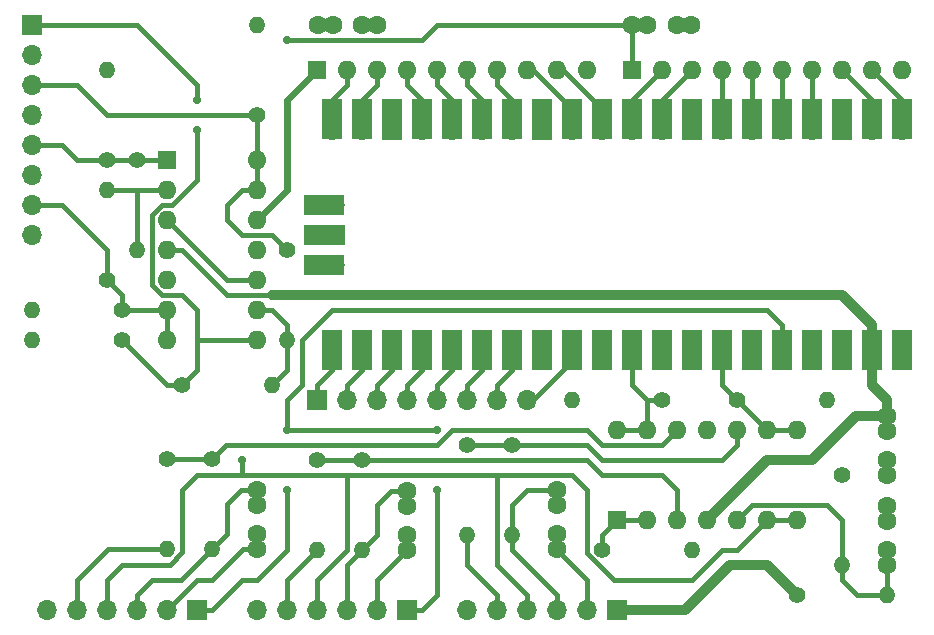
<source format=gbr>
%TF.GenerationSoftware,KiCad,Pcbnew,7.0.7*%
%TF.CreationDate,2024-05-24T10:33:18-04:00*%
%TF.ProjectId,pi-pico-adapter3,70692d70-6963-46f2-9d61-646170746572,rev?*%
%TF.SameCoordinates,PX791ddc0PY791ddc0*%
%TF.FileFunction,Copper,L1,Top*%
%TF.FilePolarity,Positive*%
%FSLAX46Y46*%
G04 Gerber Fmt 4.6, Leading zero omitted, Abs format (unit mm)*
G04 Created by KiCad (PCBNEW 7.0.7) date 2024-05-24 10:33:18*
%MOMM*%
%LPD*%
G01*
G04 APERTURE LIST*
%TA.AperFunction,ComponentPad*%
%ADD10C,1.600000*%
%TD*%
%TA.AperFunction,ComponentPad*%
%ADD11C,1.400000*%
%TD*%
%TA.AperFunction,ComponentPad*%
%ADD12O,1.400000X1.400000*%
%TD*%
%TA.AperFunction,ComponentPad*%
%ADD13R,1.600000X1.600000*%
%TD*%
%TA.AperFunction,ComponentPad*%
%ADD14O,1.600000X1.600000*%
%TD*%
%TA.AperFunction,ComponentPad*%
%ADD15R,1.700000X1.700000*%
%TD*%
%TA.AperFunction,ComponentPad*%
%ADD16O,1.700000X1.700000*%
%TD*%
%TA.AperFunction,SMDPad,CuDef*%
%ADD17R,1.700000X3.500000*%
%TD*%
%TA.AperFunction,SMDPad,CuDef*%
%ADD18R,3.500000X1.700000*%
%TD*%
%TA.AperFunction,ViaPad*%
%ADD19C,0.700001*%
%TD*%
%TA.AperFunction,Conductor*%
%ADD20C,0.406400*%
%TD*%
%TA.AperFunction,Conductor*%
%ADD21C,0.609600*%
%TD*%
%TA.AperFunction,Conductor*%
%ADD22C,0.812800*%
%TD*%
G04 APERTURE END LIST*
D10*
%TO.P,C4,1*%
%TO.N,Net-(U1B-+)*%
X47930000Y33350000D03*
X47930000Y34600000D03*
%TO.P,C4,2*%
%TO.N,GND*%
X47930000Y37100000D03*
X47930000Y38350000D03*
%TD*%
%TO.P,C6,1*%
%TO.N,Net-(RDACA1-common)*%
X26340000Y79070000D03*
X27590000Y79070000D03*
%TO.P,C6,2*%
%TO.N,GND*%
X30090000Y79070000D03*
X31340000Y79070000D03*
%TD*%
D11*
%TO.P,R5,1*%
%TO.N,Net-(U1D--)*%
X28880000Y47320000D03*
D12*
%TO.P,R5,2*%
%TO.N,GND*%
X21260000Y47320000D03*
%TD*%
D11*
%TO.P,R9,1*%
%TO.N,/IAWGB*%
X-11760000Y48590000D03*
D12*
%TO.P,R9,2*%
%TO.N,Net-(U2C--)*%
X-4140000Y48590000D03*
%TD*%
D11*
%TO.P,R16,1*%
%TO.N,Net-(U1C-+)*%
X12370000Y43510000D03*
D12*
%TO.P,R16,2*%
%TO.N,Net-(J1-Pin_5)*%
X12370000Y35890000D03*
%TD*%
D13*
%TO.P,U2,1*%
%TO.N,/IAWGA*%
X-13030000Y67640000D03*
D14*
%TO.P,U2,2,-*%
%TO.N,Net-(U2A--)*%
X-13030000Y65100000D03*
%TO.P,U2,3,+*%
%TO.N,/VCM*%
X-13030000Y62560000D03*
%TO.P,U2,4,V+*%
%TO.N,/VSYS*%
X-13030000Y60020000D03*
%TO.P,U2,5,+*%
%TO.N,Net-(RDACA1-common)*%
X-13030000Y57480000D03*
%TO.P,U2,6,-*%
%TO.N,/AWGA*%
X-13030000Y54940000D03*
%TO.P,U2,7*%
X-13030000Y52400000D03*
%TO.P,U2,8*%
%TO.N,/IAWGB*%
X-5410000Y52400000D03*
%TO.P,U2,9,-*%
%TO.N,Net-(U2C--)*%
X-5410000Y54940000D03*
%TO.P,U2,10,+*%
%TO.N,/VCM*%
X-5410000Y57480000D03*
%TO.P,U2,11,V-*%
%TO.N,GND*%
X-5410000Y60020000D03*
%TO.P,U2,12,+*%
%TO.N,Net-(RDACB1-common)*%
X-5410000Y62560000D03*
%TO.P,U2,13,-*%
%TO.N,/AWGB*%
X-5410000Y65100000D03*
%TO.P,U2,14*%
X-5410000Y67640000D03*
%TD*%
D15*
%TO.P,J1,1,Pin_1*%
%TO.N,/3V3*%
X25070000Y29540000D03*
D16*
%TO.P,J1,2,Pin_2*%
%TO.N,Net-(J1-Pin_2)*%
X22530000Y29540000D03*
%TO.P,J1,3,Pin_3*%
%TO.N,Net-(J1-Pin_3)*%
X19990000Y29540000D03*
%TO.P,J1,4,Pin_4*%
%TO.N,/VCM*%
X17450000Y29540000D03*
%TO.P,J1,5,Pin_5*%
%TO.N,Net-(J1-Pin_5)*%
X14910000Y29540000D03*
%TO.P,J1,6,Pin_6*%
%TO.N,GND*%
X12370000Y29540000D03*
%TD*%
D11*
%TO.P,R19,1*%
%TO.N,/3V3*%
X40310000Y30810000D03*
D12*
%TO.P,R19,2*%
%TO.N,Net-(U1B-+)*%
X47930000Y30810000D03*
%TD*%
D15*
%TO.P,J3,1,Pin_1*%
%TO.N,/IAWGB*%
X-24460000Y79070000D03*
D16*
%TO.P,J3,2,Pin_2*%
%TO.N,GND*%
X-24460000Y76530000D03*
%TO.P,J3,3,Pin_3*%
%TO.N,/AWGB*%
X-24460000Y73990000D03*
%TO.P,J3,4,Pin_4*%
%TO.N,GND*%
X-24460000Y71450000D03*
%TO.P,J3,5,Pin_5*%
%TO.N,/IAWGA*%
X-24460000Y68910000D03*
%TO.P,J3,6,Pin_6*%
%TO.N,GND*%
X-24460000Y66370000D03*
%TO.P,J3,7,Pin_7*%
%TO.N,/AWGA*%
X-24460000Y63830000D03*
%TO.P,J3,8,Pin_8*%
%TO.N,GND*%
X-24460000Y61290000D03*
%TD*%
D11*
%TO.P,R8,1*%
%TO.N,/AWGB*%
X-2870000Y60020000D03*
D12*
%TO.P,R8,2*%
%TO.N,Net-(U2C--)*%
X-2870000Y52400000D03*
%TD*%
D11*
%TO.P,R2,1*%
%TO.N,/IAWGB*%
X-16840000Y52400000D03*
D12*
%TO.P,R2,2*%
%TO.N,GND*%
X-24460000Y52400000D03*
%TD*%
D11*
%TO.P,R4,1*%
%TO.N,/IAWGA*%
X-18110000Y67640000D03*
D12*
%TO.P,R4,2*%
%TO.N,GND*%
X-18110000Y75260000D03*
%TD*%
D10*
%TO.P,C3,1*%
%TO.N,Net-(J5-Pin_2)*%
X-5410000Y34700000D03*
X-5410000Y35950000D03*
%TO.P,C3,2*%
%TO.N,Net-(J5-Pin_3)*%
X-5410000Y38450000D03*
X-5410000Y39700000D03*
%TD*%
D11*
%TO.P,R17,1*%
%TO.N,Net-(U1C-+)*%
X16180000Y43510000D03*
D12*
%TO.P,R17,2*%
%TO.N,Net-(J1-Pin_3)*%
X16180000Y35890000D03*
%TD*%
D15*
%TO.P,J5,1,Pin_1*%
%TO.N,/3V3*%
X-10490000Y29540000D03*
D16*
%TO.P,J5,2,Pin_2*%
%TO.N,Net-(J5-Pin_2)*%
X-13030000Y29540000D03*
%TO.P,J5,3,Pin_3*%
%TO.N,Net-(J5-Pin_3)*%
X-15570000Y29540000D03*
%TO.P,J5,4,Pin_4*%
%TO.N,/VCM*%
X-18110000Y29540000D03*
%TO.P,J5,5,Pin_5*%
%TO.N,Net-(J5-Pin_5)*%
X-20650000Y29540000D03*
%TO.P,J5,6,Pin_6*%
%TO.N,GND*%
X-23190000Y29540000D03*
%TD*%
D10*
%TO.P,C2,1*%
%TO.N,Net-(J2-Pin_2)*%
X7290000Y34620000D03*
X7290000Y35870000D03*
%TO.P,C2,2*%
%TO.N,Net-(J2-Pin_3)*%
X7290000Y38370000D03*
X7290000Y39620000D03*
%TD*%
D11*
%TO.P,R11,1*%
%TO.N,/IAWGA*%
X-15570000Y67640000D03*
D12*
%TO.P,R11,2*%
%TO.N,Net-(U2A--)*%
X-15570000Y60020000D03*
%TD*%
D10*
%TO.P,C1,1*%
%TO.N,Net-(J1-Pin_2)*%
X19990000Y34700000D03*
X19990000Y35950000D03*
%TO.P,C1,2*%
%TO.N,Net-(J1-Pin_3)*%
X19990000Y38450000D03*
X19990000Y39700000D03*
%TD*%
D16*
%TO.P,U3,1,GPIO0*%
%TO.N,Net-(RDACA1-R8)*%
X49200000Y70180000D03*
D17*
X49200000Y71080000D03*
D16*
%TO.P,U3,2,GPIO1*%
%TO.N,Net-(RDACA1-R7)*%
X46660000Y70180000D03*
D17*
X46660000Y71080000D03*
D15*
%TO.P,U3,3,GND*%
%TO.N,GND*%
X44120000Y70180000D03*
D17*
X44120000Y71080000D03*
D16*
%TO.P,U3,4,GPIO2*%
%TO.N,Net-(RDACA1-R6)*%
X41580000Y70180000D03*
D17*
X41580000Y71080000D03*
D16*
%TO.P,U3,5,GPIO3*%
%TO.N,Net-(RDACA1-R5)*%
X39040000Y70180000D03*
D17*
X39040000Y71080000D03*
D16*
%TO.P,U3,6,GPIO4*%
%TO.N,Net-(RDACA1-R4)*%
X36500000Y70180000D03*
D17*
X36500000Y71080000D03*
D16*
%TO.P,U3,7,GPIO5*%
%TO.N,Net-(RDACA1-R3)*%
X33960000Y70180000D03*
D17*
X33960000Y71080000D03*
D15*
%TO.P,U3,8,GND*%
%TO.N,GND*%
X31420000Y70180000D03*
D17*
X31420000Y71080000D03*
D16*
%TO.P,U3,9,GPIO6*%
%TO.N,Net-(RDACA1-R2)*%
X28880000Y70180000D03*
D17*
X28880000Y71080000D03*
D16*
%TO.P,U3,10,GPIO7*%
%TO.N,Net-(RDACA1-R1)*%
X26340000Y70180000D03*
D17*
X26340000Y71080000D03*
D16*
%TO.P,U3,11,GPIO8*%
%TO.N,Net-(RDACB1-R8)*%
X23800000Y70180000D03*
D17*
X23800000Y71080000D03*
D16*
%TO.P,U3,12,GPIO9*%
%TO.N,Net-(RDACB1-R7)*%
X21260000Y70180000D03*
D17*
X21260000Y71080000D03*
D15*
%TO.P,U3,13,GND*%
%TO.N,GND*%
X18720000Y70180000D03*
D17*
X18720000Y71080000D03*
D16*
%TO.P,U3,14,GPIO10*%
%TO.N,Net-(RDACB1-R6)*%
X16180000Y70180000D03*
D17*
X16180000Y71080000D03*
D16*
%TO.P,U3,15,GPIO11*%
%TO.N,Net-(RDACB1-R5)*%
X13640000Y70180000D03*
D17*
X13640000Y71080000D03*
D16*
%TO.P,U3,16,GPIO12*%
%TO.N,Net-(RDACB1-R4)*%
X11100000Y70180000D03*
D17*
X11100000Y71080000D03*
D16*
%TO.P,U3,17,GPIO13*%
%TO.N,Net-(RDACB1-R3)*%
X8560000Y70180000D03*
D17*
X8560000Y71080000D03*
D15*
%TO.P,U3,18,GND*%
%TO.N,GND*%
X6020000Y70180000D03*
D17*
X6020000Y71080000D03*
D16*
%TO.P,U3,19,GPIO14*%
%TO.N,Net-(RDACB1-R2)*%
X3480000Y70180000D03*
D17*
X3480000Y71080000D03*
D16*
%TO.P,U3,20,GPIO15*%
%TO.N,Net-(RDACB1-R1)*%
X940000Y70180000D03*
D17*
X940000Y71080000D03*
D16*
%TO.P,U3,21,GPIO16*%
%TO.N,Net-(J4-Pin_1)*%
X940000Y52400000D03*
D17*
X940000Y51500000D03*
D16*
%TO.P,U3,22,GPIO17*%
%TO.N,Net-(J4-Pin_2)*%
X3480000Y52400000D03*
D17*
X3480000Y51500000D03*
D15*
%TO.P,U3,23,GND*%
%TO.N,GND*%
X6020000Y52400000D03*
D17*
X6020000Y51500000D03*
D16*
%TO.P,U3,24,GPIO18*%
%TO.N,Net-(J4-Pin_4)*%
X8560000Y52400000D03*
D17*
X8560000Y51500000D03*
D16*
%TO.P,U3,25,GPIO19*%
%TO.N,Net-(J4-Pin_5)*%
X11100000Y52400000D03*
D17*
X11100000Y51500000D03*
D16*
%TO.P,U3,26,GPIO20*%
%TO.N,Net-(J4-Pin_6)*%
X13640000Y52400000D03*
D17*
X13640000Y51500000D03*
D16*
%TO.P,U3,27,GPIO21*%
%TO.N,Net-(J4-Pin_7)*%
X16180000Y52400000D03*
D17*
X16180000Y51500000D03*
D15*
%TO.P,U3,28,GND*%
%TO.N,GND*%
X18720000Y52400000D03*
D17*
X18720000Y51500000D03*
D16*
%TO.P,U3,29,GPIO22*%
%TO.N,/PWMOUT*%
X21260000Y52400000D03*
D17*
X21260000Y51500000D03*
D16*
%TO.P,U3,30,RUN*%
%TO.N,unconnected-(U3-RUN-Pad30)*%
X23800000Y52400000D03*
D17*
X23800000Y51500000D03*
D16*
%TO.P,U3,31,GPIO26_ADC0*%
%TO.N,Net-(U1D--)*%
X26340000Y52400000D03*
D17*
X26340000Y51500000D03*
D16*
%TO.P,U3,32,GPIO27_ADC1*%
%TO.N,Net-(U1A--)*%
X28880000Y52400000D03*
D17*
X28880000Y51500000D03*
D15*
%TO.P,U3,33,AGND*%
%TO.N,GND*%
X31420000Y52400000D03*
D17*
X31420000Y51500000D03*
D16*
%TO.P,U3,34,GPIO28_ADC2*%
%TO.N,Net-(U1C--)*%
X33960000Y52400000D03*
D17*
X33960000Y51500000D03*
D16*
%TO.P,U3,35,ADC_VREF*%
%TO.N,unconnected-(U3-ADC_VREF-Pad35)*%
X36500000Y52400000D03*
D17*
X36500000Y51500000D03*
D16*
%TO.P,U3,36,3V3*%
%TO.N,/3V3*%
X39040000Y52400000D03*
D17*
X39040000Y51500000D03*
D16*
%TO.P,U3,37,3V3_EN*%
%TO.N,unconnected-(U3-3V3_EN-Pad37)*%
X41580000Y52400000D03*
D17*
X41580000Y51500000D03*
D15*
%TO.P,U3,38,GND*%
%TO.N,GND*%
X44120000Y52400000D03*
D17*
X44120000Y51500000D03*
D16*
%TO.P,U3,39,VSYS*%
%TO.N,/VSYS*%
X46660000Y52400000D03*
D17*
X46660000Y51500000D03*
D16*
%TO.P,U3,40,VBUS*%
%TO.N,unconnected-(U3-VBUS-Pad40)*%
X49200000Y52400000D03*
D17*
X49200000Y51500000D03*
D16*
%TO.P,U3,41,SWCLK*%
%TO.N,unconnected-(U3-SWCLK-Pad41)*%
X1170000Y63830000D03*
D18*
X270000Y63830000D03*
D15*
%TO.P,U3,42,GND*%
%TO.N,unconnected-(U3-GND-Pad42)*%
X1170000Y61290000D03*
D18*
X270000Y61290000D03*
D16*
%TO.P,U3,43,SWDIO*%
%TO.N,unconnected-(U3-SWDIO-Pad43)*%
X1170000Y58750000D03*
D18*
X270000Y58750000D03*
%TD*%
D11*
%TO.P,R6,1*%
%TO.N,Net-(U1A--)*%
X23800000Y34620000D03*
D12*
%TO.P,R6,2*%
%TO.N,GND*%
X31420000Y34620000D03*
%TD*%
D10*
%TO.P,C5,1*%
%TO.N,Net-(RDACB1-common)*%
X-290000Y79070000D03*
X960000Y79070000D03*
%TO.P,C5,2*%
%TO.N,GND*%
X3460000Y79070000D03*
X4710000Y79070000D03*
%TD*%
%TO.P,C7,1*%
%TO.N,GND*%
X47930000Y40970000D03*
X47930000Y42220000D03*
%TO.P,C7,2*%
%TO.N,/VSYS*%
X47930000Y44720000D03*
X47930000Y45970000D03*
%TD*%
D11*
%TO.P,R18,1*%
%TO.N,GND*%
X44120000Y40970000D03*
D12*
%TO.P,R18,2*%
%TO.N,Net-(U1B-+)*%
X44120000Y33350000D03*
%TD*%
D11*
%TO.P,R1,1*%
%TO.N,/AWGB*%
X-5410000Y71450000D03*
D12*
%TO.P,R1,2*%
%TO.N,GND*%
X-5410000Y79070000D03*
%TD*%
D11*
%TO.P,R14,1*%
%TO.N,Net-(U1A-+)*%
X-330000Y42240000D03*
D12*
%TO.P,R14,2*%
%TO.N,Net-(J2-Pin_5)*%
X-330000Y34620000D03*
%TD*%
D13*
%TO.P,U1,1*%
%TO.N,Net-(U1A--)*%
X25070000Y37160000D03*
D14*
%TO.P,U1,2,-*%
X27610000Y37160000D03*
%TO.P,U1,3,+*%
%TO.N,Net-(U1A-+)*%
X30150000Y37160000D03*
%TO.P,U1,4,V+*%
%TO.N,/VSYS*%
X32690000Y37160000D03*
%TO.P,U1,5,+*%
%TO.N,Net-(U1B-+)*%
X35230000Y37160000D03*
%TO.P,U1,6,-*%
%TO.N,/VCM*%
X37770000Y37160000D03*
%TO.P,U1,7*%
X40310000Y37160000D03*
%TO.P,U1,8*%
%TO.N,Net-(U1C--)*%
X40310000Y44780000D03*
%TO.P,U1,9,-*%
X37770000Y44780000D03*
%TO.P,U1,10,+*%
%TO.N,Net-(U1C-+)*%
X35230000Y44780000D03*
%TO.P,U1,11,V-*%
%TO.N,GND*%
X32690000Y44780000D03*
%TO.P,U1,12,+*%
%TO.N,Net-(U1D-+)*%
X30150000Y44780000D03*
%TO.P,U1,13,-*%
%TO.N,Net-(U1D--)*%
X27610000Y44780000D03*
%TO.P,U1,14*%
X25070000Y44780000D03*
%TD*%
D11*
%TO.P,R10,1*%
%TO.N,/AWGA*%
X-18110000Y57480000D03*
D12*
%TO.P,R10,2*%
%TO.N,Net-(U2A--)*%
X-18110000Y65100000D03*
%TD*%
D11*
%TO.P,R12,1*%
%TO.N,Net-(U1D-+)*%
X-13030000Y42320000D03*
D12*
%TO.P,R12,2*%
%TO.N,Net-(J5-Pin_5)*%
X-13030000Y34700000D03*
%TD*%
D13*
%TO.P,RDACA1,1,common*%
%TO.N,Net-(RDACA1-common)*%
X26340000Y75260000D03*
D14*
%TO.P,RDACA1,2,R1*%
%TO.N,Net-(RDACA1-R1)*%
X28880000Y75260000D03*
%TO.P,RDACA1,3,R2*%
%TO.N,Net-(RDACA1-R2)*%
X31420000Y75260000D03*
%TO.P,RDACA1,4,R3*%
%TO.N,Net-(RDACA1-R3)*%
X33960000Y75260000D03*
%TO.P,RDACA1,5,R4*%
%TO.N,Net-(RDACA1-R4)*%
X36500000Y75260000D03*
%TO.P,RDACA1,6,R5*%
%TO.N,Net-(RDACA1-R5)*%
X39040000Y75260000D03*
%TO.P,RDACA1,7,R6*%
%TO.N,Net-(RDACA1-R6)*%
X41580000Y75260000D03*
%TO.P,RDACA1,8,R7*%
%TO.N,Net-(RDACA1-R7)*%
X44120000Y75260000D03*
%TO.P,RDACA1,9,R8*%
%TO.N,Net-(RDACA1-R8)*%
X46660000Y75260000D03*
%TO.P,RDACA1,10,R9*%
%TO.N,GND*%
X49200000Y75260000D03*
%TD*%
D11*
%TO.P,R13,1*%
%TO.N,Net-(U1D-+)*%
X-9220000Y42320000D03*
D12*
%TO.P,R13,2*%
%TO.N,Net-(J5-Pin_3)*%
X-9220000Y34700000D03*
%TD*%
D11*
%TO.P,R15,1*%
%TO.N,Net-(U1A-+)*%
X3480000Y42240000D03*
D12*
%TO.P,R15,2*%
%TO.N,Net-(J2-Pin_3)*%
X3480000Y34620000D03*
%TD*%
D11*
%TO.P,R3,1*%
%TO.N,/AWGA*%
X-16840000Y54940000D03*
D12*
%TO.P,R3,2*%
%TO.N,GND*%
X-24460000Y54940000D03*
%TD*%
D11*
%TO.P,R7,1*%
%TO.N,Net-(U1C--)*%
X35230000Y47320000D03*
D12*
%TO.P,R7,2*%
%TO.N,GND*%
X42850000Y47320000D03*
%TD*%
D15*
%TO.P,J2,1,Pin_1*%
%TO.N,/3V3*%
X7290000Y29540000D03*
D16*
%TO.P,J2,2,Pin_2*%
%TO.N,Net-(J2-Pin_2)*%
X4750000Y29540000D03*
%TO.P,J2,3,Pin_3*%
%TO.N,Net-(J2-Pin_3)*%
X2210000Y29540000D03*
%TO.P,J2,4,Pin_4*%
%TO.N,/VCM*%
X-330000Y29540000D03*
%TO.P,J2,5,Pin_5*%
%TO.N,Net-(J2-Pin_5)*%
X-2870000Y29540000D03*
%TO.P,J2,6,Pin_6*%
%TO.N,GND*%
X-5410000Y29540000D03*
%TD*%
D15*
%TO.P,J4,1,Pin_1*%
%TO.N,Net-(J4-Pin_1)*%
X-330000Y47320000D03*
D16*
%TO.P,J4,2,Pin_2*%
%TO.N,Net-(J4-Pin_2)*%
X2210000Y47320000D03*
%TO.P,J4,3,Pin_3*%
%TO.N,GND*%
X4750000Y47320000D03*
%TO.P,J4,4,Pin_4*%
%TO.N,Net-(J4-Pin_4)*%
X7290000Y47320000D03*
%TO.P,J4,5,Pin_5*%
%TO.N,Net-(J4-Pin_5)*%
X9830000Y47320000D03*
%TO.P,J4,6,Pin_6*%
%TO.N,Net-(J4-Pin_6)*%
X12370000Y47320000D03*
%TO.P,J4,7,Pin_7*%
%TO.N,Net-(J4-Pin_7)*%
X14910000Y47320000D03*
%TO.P,J4,8,Pin_8*%
%TO.N,/PWMOUT*%
X17450000Y47320000D03*
%TD*%
D13*
%TO.P,RDACB1,1,common*%
%TO.N,Net-(RDACB1-common)*%
X-330000Y75260000D03*
D14*
%TO.P,RDACB1,2,R1*%
%TO.N,Net-(RDACB1-R1)*%
X2210000Y75260000D03*
%TO.P,RDACB1,3,R2*%
%TO.N,Net-(RDACB1-R2)*%
X4750000Y75260000D03*
%TO.P,RDACB1,4,R3*%
%TO.N,Net-(RDACB1-R3)*%
X7290000Y75260000D03*
%TO.P,RDACB1,5,R4*%
%TO.N,Net-(RDACB1-R4)*%
X9830000Y75260000D03*
%TO.P,RDACB1,6,R5*%
%TO.N,Net-(RDACB1-R5)*%
X12370000Y75260000D03*
%TO.P,RDACB1,7,R6*%
%TO.N,Net-(RDACB1-R6)*%
X14910000Y75260000D03*
%TO.P,RDACB1,8,R7*%
%TO.N,Net-(RDACB1-R7)*%
X17450000Y75260000D03*
%TO.P,RDACB1,9,R8*%
%TO.N,Net-(RDACB1-R8)*%
X19990000Y75260000D03*
%TO.P,RDACB1,10,R9*%
%TO.N,GND*%
X22530000Y75260000D03*
%TD*%
D19*
%TO.N,Net-(RDACA1-common)*%
X-2870000Y77800000D03*
%TO.N,/3V3*%
X9830000Y39700000D03*
X-2870000Y39700000D03*
X-2870000Y44780000D03*
X9830000Y44780000D03*
%TO.N,/VCM*%
X-6680000Y42240000D03*
%TO.N,/IAWGB*%
X-10490000Y70180000D03*
X-10490000Y72720000D03*
%TD*%
D20*
%TO.N,GND*%
X6020000Y52400000D02*
X6020000Y49860000D01*
X4750000Y48590000D02*
X4750000Y47320000D01*
X6020000Y49860000D02*
X4750000Y48590000D01*
%TO.N,Net-(J1-Pin_2)*%
X22530000Y32080000D02*
X22530000Y29540000D01*
X19990000Y34700000D02*
X19990000Y34620000D01*
X19990000Y34620000D02*
X22530000Y32080000D01*
%TO.N,Net-(J1-Pin_3)*%
X16180000Y34620000D02*
X19990000Y30810000D01*
X19990000Y39700000D02*
X17450000Y39700000D01*
X16180000Y38430000D02*
X16180000Y35890000D01*
X16180000Y35890000D02*
X16180000Y34620000D01*
X17450000Y39700000D02*
X16180000Y38430000D01*
X19990000Y30810000D02*
X19990000Y29540000D01*
%TO.N,Net-(U1A-+)*%
X22530000Y42240000D02*
X23800000Y40970000D01*
X-330000Y42240000D02*
X3480000Y42240000D01*
X28880000Y40970000D02*
X30150000Y39700000D01*
X23800000Y40970000D02*
X28880000Y40970000D01*
X30150000Y39700000D02*
X30150000Y37160000D01*
X3480000Y42240000D02*
X22530000Y42240000D01*
D21*
%TO.N,Net-(RDACB1-common)*%
X-330000Y79030000D02*
X-290000Y79070000D01*
X-2870000Y72720000D02*
X-2870000Y65100000D01*
X-330000Y75260000D02*
X-2870000Y72720000D01*
X-2870000Y65100000D02*
X-5410000Y62560000D01*
D20*
%TO.N,Net-(RDACA1-common)*%
X8560000Y77800000D02*
X9830000Y79070000D01*
X-2870000Y77800000D02*
X8560000Y77800000D01*
X26340000Y75260000D02*
X26340000Y79070000D01*
X9830000Y79070000D02*
X26340000Y79070000D01*
%TO.N,/3V3*%
X-5410000Y32080000D02*
X-2870000Y34620000D01*
X-6680000Y32080000D02*
X-5410000Y32080000D01*
X8560000Y29540000D02*
X9830000Y30810000D01*
X-1600000Y48590000D02*
X-1600000Y52400000D01*
X7290000Y29540000D02*
X8560000Y29540000D01*
X-2870000Y34620000D02*
X-2870000Y39700000D01*
X-10490000Y29540000D02*
X-9220000Y29540000D01*
D22*
X34595000Y33350000D02*
X30785000Y29540000D01*
D20*
X940000Y54940000D02*
X37770000Y54940000D01*
D22*
X40310000Y30810000D02*
X37770000Y33350000D01*
D20*
X39040000Y53670000D02*
X39040000Y52400000D01*
D22*
X30785000Y29540000D02*
X25070000Y29540000D01*
D20*
X-9220000Y29540000D02*
X-6680000Y32080000D01*
X9830000Y30810000D02*
X9830000Y39700000D01*
X-2870000Y44780000D02*
X9830000Y44780000D01*
X-1600000Y52400000D02*
X940000Y54940000D01*
D22*
X37770000Y33350000D02*
X34595000Y33350000D01*
D20*
X-2870000Y47320000D02*
X-1600000Y48590000D01*
X37770000Y54940000D02*
X39040000Y53670000D01*
X-2870000Y44780000D02*
X-2870000Y47320000D01*
%TO.N,/VCM*%
X14910000Y33350000D02*
X17450000Y30810000D01*
X17450000Y30810000D02*
X17450000Y29540000D01*
X22530000Y34329839D02*
X22530000Y39700000D01*
X14910000Y40970000D02*
X2210000Y40970000D01*
X40310000Y37160000D02*
X37770000Y37160000D01*
X35230000Y34620000D02*
X33960000Y34620000D01*
X37770000Y37160000D02*
X35230000Y34620000D01*
X-7950000Y57480000D02*
X-5410000Y57480000D01*
X-16840000Y33350000D02*
X-18110000Y32080000D01*
X-11760000Y34409839D02*
X-12819839Y33350000D01*
X2210000Y40970000D02*
X2210000Y34620000D01*
X14910000Y40970000D02*
X14910000Y33350000D01*
X-13030000Y62560000D02*
X-7950000Y57480000D01*
X33960000Y34620000D02*
X31420000Y32080000D01*
X2210000Y40970000D02*
X-6680000Y40970000D01*
X-18110000Y32080000D02*
X-18110000Y29540000D01*
X-330000Y32080000D02*
X2210000Y34620000D01*
X21260000Y40970000D02*
X14910000Y40970000D01*
X-6680000Y40970000D02*
X-6680000Y42240000D01*
X-11760000Y39700000D02*
X-11760000Y34409839D01*
X-10490000Y40970000D02*
X-11760000Y39700000D01*
X24779839Y32080000D02*
X22530000Y34329839D01*
X-12819839Y33350000D02*
X-16840000Y33350000D01*
X-330000Y29540000D02*
X-330000Y32080000D01*
X-6680000Y40970000D02*
X-10490000Y40970000D01*
X31420000Y32080000D02*
X24779839Y32080000D01*
X22530000Y39700000D02*
X21260000Y40970000D01*
%TO.N,Net-(J1-Pin_5)*%
X12370000Y35890000D02*
X12370000Y33350000D01*
X12370000Y33350000D02*
X14910000Y30810000D01*
X14910000Y30810000D02*
X14910000Y29540000D01*
%TO.N,/IAWGA*%
X-20650000Y67640000D02*
X-21920000Y68910000D01*
X-24460000Y68910000D02*
X-21920000Y68910000D01*
X-18110000Y67640000D02*
X-16840000Y67640000D01*
X-16840000Y67640000D02*
X-13030000Y67640000D01*
X-18110000Y67640000D02*
X-20650000Y67640000D01*
%TO.N,/AWGA*%
X-16840000Y56210000D02*
X-16840000Y54940000D01*
X-18110000Y60020000D02*
X-18110000Y57480000D01*
X-21920000Y63830000D02*
X-18110000Y60020000D01*
X-13030000Y54940000D02*
X-16840000Y54940000D01*
X-13030000Y54940000D02*
X-13030000Y52400000D01*
X-18110000Y57480000D02*
X-16840000Y56210000D01*
X-24460000Y63830000D02*
X-21920000Y63830000D01*
%TO.N,/IAWGB*%
X-13461582Y63830000D02*
X-14300000Y62991582D01*
X-14300000Y57048418D02*
X-13461582Y56210000D01*
X-24460000Y79070000D02*
X-15570000Y79070000D01*
X-11760000Y48590000D02*
X-13030000Y48590000D01*
X-10490000Y49860000D02*
X-11760000Y48590000D01*
X-12598418Y63830000D02*
X-13461582Y63830000D01*
X-13030000Y48590000D02*
X-16840000Y52400000D01*
X-10490000Y73990000D02*
X-10490000Y72720000D01*
X-14300000Y62991582D02*
X-14300000Y57048418D01*
X-10490000Y54940000D02*
X-10490000Y52400000D01*
X-10490000Y65938418D02*
X-12598418Y63830000D01*
X-15570000Y79070000D02*
X-10490000Y73990000D01*
X-10490000Y52400000D02*
X-10490000Y49860000D01*
X-5410000Y52400000D02*
X-10490000Y52400000D01*
X-13461582Y56210000D02*
X-11760000Y56210000D01*
X-11760000Y56210000D02*
X-10490000Y54940000D01*
X-10490000Y70180000D02*
X-10490000Y65938418D01*
%TO.N,/AWGB*%
X-4140000Y61290000D02*
X-2870000Y60020000D01*
X-20650000Y73990000D02*
X-18110000Y71450000D01*
X-18110000Y71450000D02*
X-5410000Y71450000D01*
X-6680000Y65100000D02*
X-7950000Y63830000D01*
X-6680000Y61290000D02*
X-4140000Y61290000D01*
X-7950000Y63830000D02*
X-7950000Y62560000D01*
X-5410000Y65100000D02*
X-6680000Y65100000D01*
X-7950000Y62560000D02*
X-6680000Y61290000D01*
X-24460000Y73990000D02*
X-20650000Y73990000D01*
X-5410000Y71450000D02*
X-5410000Y65100000D01*
%TO.N,Net-(J4-Pin_1)*%
X940000Y52400000D02*
X940000Y50839839D01*
X940000Y49860000D02*
X-330000Y48590000D01*
X-330000Y48590000D02*
X-330000Y47320000D01*
X940000Y52400000D02*
X940000Y49860000D01*
%TO.N,Net-(J4-Pin_2)*%
X3480000Y49860000D02*
X2210000Y48590000D01*
X3480000Y52400000D02*
X3480000Y49860000D01*
X2210000Y48590000D02*
X2210000Y47320000D01*
%TO.N,Net-(J4-Pin_7)*%
X16180000Y49860000D02*
X14910000Y48590000D01*
X14910000Y48590000D02*
X14910000Y47320000D01*
X16180000Y52400000D02*
X16180000Y49860000D01*
%TO.N,Net-(J4-Pin_4)*%
X8560000Y49860000D02*
X7290000Y48590000D01*
X7290000Y48590000D02*
X7290000Y47320000D01*
X8560000Y52400000D02*
X8560000Y49860000D01*
%TO.N,Net-(J4-Pin_5)*%
X11100000Y49860000D02*
X9830000Y48590000D01*
X9830000Y48590000D02*
X9830000Y47320000D01*
X11100000Y52400000D02*
X11100000Y49860000D01*
%TO.N,Net-(J4-Pin_6)*%
X12370000Y48590000D02*
X12370000Y47320000D01*
X13640000Y52400000D02*
X13640000Y49860000D01*
X13640000Y49860000D02*
X12370000Y48590000D01*
%TO.N,/PWMOUT*%
X21260000Y50633600D02*
X17946400Y47320000D01*
X17946400Y47320000D02*
X17450000Y47320000D01*
X21260000Y52400000D02*
X21260000Y50633600D01*
%TO.N,Net-(RDACA1-R1)*%
X26340000Y72720000D02*
X28880000Y75260000D01*
X26340000Y70180000D02*
X26340000Y72720000D01*
%TO.N,Net-(RDACA1-R2)*%
X28880000Y70180000D02*
X28880000Y72720000D01*
X28880000Y72720000D02*
X31420000Y75260000D01*
%TO.N,Net-(RDACA1-R3)*%
X33960000Y70180000D02*
X33960000Y75260000D01*
%TO.N,Net-(RDACA1-R4)*%
X36500000Y70180000D02*
X36500000Y75260000D01*
%TO.N,Net-(RDACA1-R5)*%
X39040000Y70180000D02*
X39040000Y75260000D01*
%TO.N,Net-(RDACA1-R6)*%
X41580000Y70180000D02*
X41580000Y75260000D01*
%TO.N,Net-(RDACA1-R7)*%
X46660000Y72720000D02*
X44120000Y75260000D01*
X46660000Y70180000D02*
X46660000Y72720000D01*
%TO.N,Net-(RDACA1-R8)*%
X49200000Y70180000D02*
X49200000Y72720000D01*
X49200000Y72720000D02*
X46660000Y75260000D01*
%TO.N,Net-(RDACB1-R1)*%
X940000Y70180000D02*
X940000Y72720000D01*
X940000Y72720000D02*
X2210000Y73990000D01*
X2210000Y73990000D02*
X2210000Y75260000D01*
%TO.N,Net-(RDACB1-R2)*%
X3480000Y72720000D02*
X4750000Y73990000D01*
X4750000Y73990000D02*
X4750000Y75260000D01*
X3480000Y70180000D02*
X3480000Y72720000D01*
%TO.N,Net-(RDACB1-R3)*%
X8560000Y70180000D02*
X8560000Y72720000D01*
X7290000Y73990000D02*
X7290000Y75260000D01*
X8560000Y72720000D02*
X7290000Y73990000D01*
%TO.N,Net-(RDACB1-R4)*%
X11100000Y72720000D02*
X9830000Y73990000D01*
X11100000Y70180000D02*
X11100000Y72720000D01*
X9830000Y73990000D02*
X9830000Y75260000D01*
%TO.N,Net-(RDACB1-R5)*%
X13640000Y72720000D02*
X12370000Y73990000D01*
X13640000Y70180000D02*
X13640000Y72720000D01*
X12370000Y73990000D02*
X12370000Y75260000D01*
%TO.N,Net-(RDACB1-R6)*%
X16180000Y72720000D02*
X14910000Y73990000D01*
X16180000Y70180000D02*
X16180000Y72720000D01*
X14910000Y73990000D02*
X14910000Y75260000D01*
%TO.N,Net-(RDACB1-R7)*%
X21260000Y71946400D02*
X17946400Y75260000D01*
X21260000Y70180000D02*
X21260000Y71946400D01*
X17946400Y75260000D02*
X17450000Y75260000D01*
%TO.N,Net-(RDACB1-R8)*%
X23800000Y71946400D02*
X20486400Y75260000D01*
X23800000Y70180000D02*
X23800000Y71946400D01*
X20486400Y75260000D02*
X19990000Y75260000D01*
D22*
%TO.N,/VSYS*%
X47930000Y45970000D02*
X45310000Y45970000D01*
D20*
X-11760000Y60020000D02*
X-13030000Y60020000D01*
D22*
X41580000Y42240000D02*
X37770000Y42240000D01*
D20*
X-4140000Y56210000D02*
X-7950000Y56210000D01*
D22*
X-4140000Y56210000D02*
X44120000Y56210000D01*
D20*
X-7950000Y56210000D02*
X-11760000Y60020000D01*
D22*
X46660000Y52400000D02*
X46660000Y48590000D01*
X37770000Y42240000D02*
X32690000Y37160000D01*
X46660000Y53670000D02*
X46660000Y52400000D01*
X46660000Y48590000D02*
X47930000Y47320000D01*
X45310000Y45970000D02*
X41580000Y42240000D01*
X47930000Y47320000D02*
X47930000Y45970000D01*
X44120000Y56210000D02*
X46660000Y53670000D01*
D20*
%TO.N,Net-(U1B-+)*%
X45390000Y30810000D02*
X44120000Y32080000D01*
X42850000Y38410000D02*
X44120000Y37140000D01*
X44120000Y37140000D02*
X44120000Y33350000D01*
X47930000Y30810000D02*
X45390000Y30810000D01*
X42850000Y38430000D02*
X42850000Y38410000D01*
X44120000Y33350000D02*
X44120000Y32080000D01*
X36500000Y38430000D02*
X42850000Y38430000D01*
X35230000Y37160000D02*
X36500000Y38430000D01*
X47930000Y33350000D02*
X47930000Y30810000D01*
%TO.N,Net-(U1A--)*%
X23800000Y35890000D02*
X25070000Y37160000D01*
X23800000Y34620000D02*
X23800000Y35890000D01*
X25070000Y37160000D02*
X27610000Y37160000D01*
%TO.N,Net-(U1C--)*%
X33960000Y48590000D02*
X33960000Y52400000D01*
X40310000Y44780000D02*
X37770000Y44780000D01*
X37770000Y44780000D02*
X33960000Y48590000D01*
%TO.N,Net-(U1C-+)*%
X22530000Y43510000D02*
X23800000Y42240000D01*
X12370000Y43510000D02*
X22530000Y43510000D01*
X23800000Y42240000D02*
X33960000Y42240000D01*
X35230000Y43510000D02*
X35230000Y44780000D01*
X33960000Y42240000D02*
X35230000Y43510000D01*
%TO.N,Net-(U1D-+)*%
X-9220000Y42320000D02*
X-8030000Y43510000D01*
X11100000Y44780000D02*
X22530000Y44780000D01*
X22530000Y44780000D02*
X23800000Y43510000D01*
X23800000Y43510000D02*
X28880000Y43510000D01*
X-13030000Y42320000D02*
X-9220000Y42320000D01*
X9830000Y43510000D02*
X11100000Y44780000D01*
X-8030000Y43510000D02*
X9830000Y43510000D01*
X28880000Y43510000D02*
X30150000Y44780000D01*
%TO.N,Net-(U1D--)*%
X28880000Y47320000D02*
X27610000Y47320000D01*
X27610000Y44780000D02*
X27610000Y47320000D01*
X26340000Y48590000D02*
X26340000Y52400000D01*
X27610000Y47320000D02*
X26340000Y48590000D01*
X27610000Y44780000D02*
X25070000Y44780000D01*
%TO.N,Net-(U2A--)*%
X-15570000Y60020000D02*
X-15570000Y65100000D01*
X-18110000Y65100000D02*
X-13030000Y65100000D01*
%TO.N,Net-(U2C--)*%
X-5410000Y54940000D02*
X-4140000Y54940000D01*
X-2870000Y53670000D02*
X-2870000Y52400000D01*
X-2870000Y49860000D02*
X-2870000Y52400000D01*
X-4140000Y48590000D02*
X-2870000Y49860000D01*
X-4140000Y54940000D02*
X-2870000Y53670000D01*
%TO.N,Net-(J2-Pin_2)*%
X4750000Y32080000D02*
X4750000Y29540000D01*
X7290000Y34620000D02*
X4750000Y32080000D01*
%TO.N,Net-(J2-Pin_3)*%
X4750000Y35890000D02*
X4750000Y38430000D01*
X5940000Y39620000D02*
X4750000Y38430000D01*
X3480000Y34620000D02*
X4750000Y35890000D01*
X2210000Y33350000D02*
X2210000Y29540000D01*
X7290000Y39620000D02*
X5940000Y39620000D01*
X3480000Y34620000D02*
X2210000Y33350000D01*
%TO.N,Net-(J5-Pin_2)*%
X-9220000Y32080000D02*
X-10490000Y32080000D01*
X-5410000Y34700000D02*
X-6600000Y34700000D01*
X-10490000Y32080000D02*
X-13030000Y29540000D01*
X-6600000Y34700000D02*
X-9220000Y32080000D01*
%TO.N,Net-(J5-Pin_3)*%
X-9220000Y34700000D02*
X-11840000Y32080000D01*
X-9220000Y34700000D02*
X-7950000Y35970000D01*
X-11840000Y32080000D02*
X-14300000Y32080000D01*
X-7950000Y35970000D02*
X-7950000Y38510000D01*
X-6760000Y39700000D02*
X-5410000Y39700000D01*
X-15570000Y30810000D02*
X-15570000Y29540000D01*
X-7950000Y38510000D02*
X-6760000Y39700000D01*
X-14300000Y32080000D02*
X-15570000Y30810000D01*
%TO.N,Net-(J2-Pin_5)*%
X-2870000Y32080000D02*
X-2870000Y29540000D01*
X-330000Y34620000D02*
X-2870000Y32080000D01*
%TO.N,Net-(J5-Pin_5)*%
X-20650000Y32080000D02*
X-20650000Y29540000D01*
X-18030000Y34700000D02*
X-20650000Y32080000D01*
X-13030000Y34700000D02*
X-18030000Y34700000D01*
%TD*%
M02*

</source>
